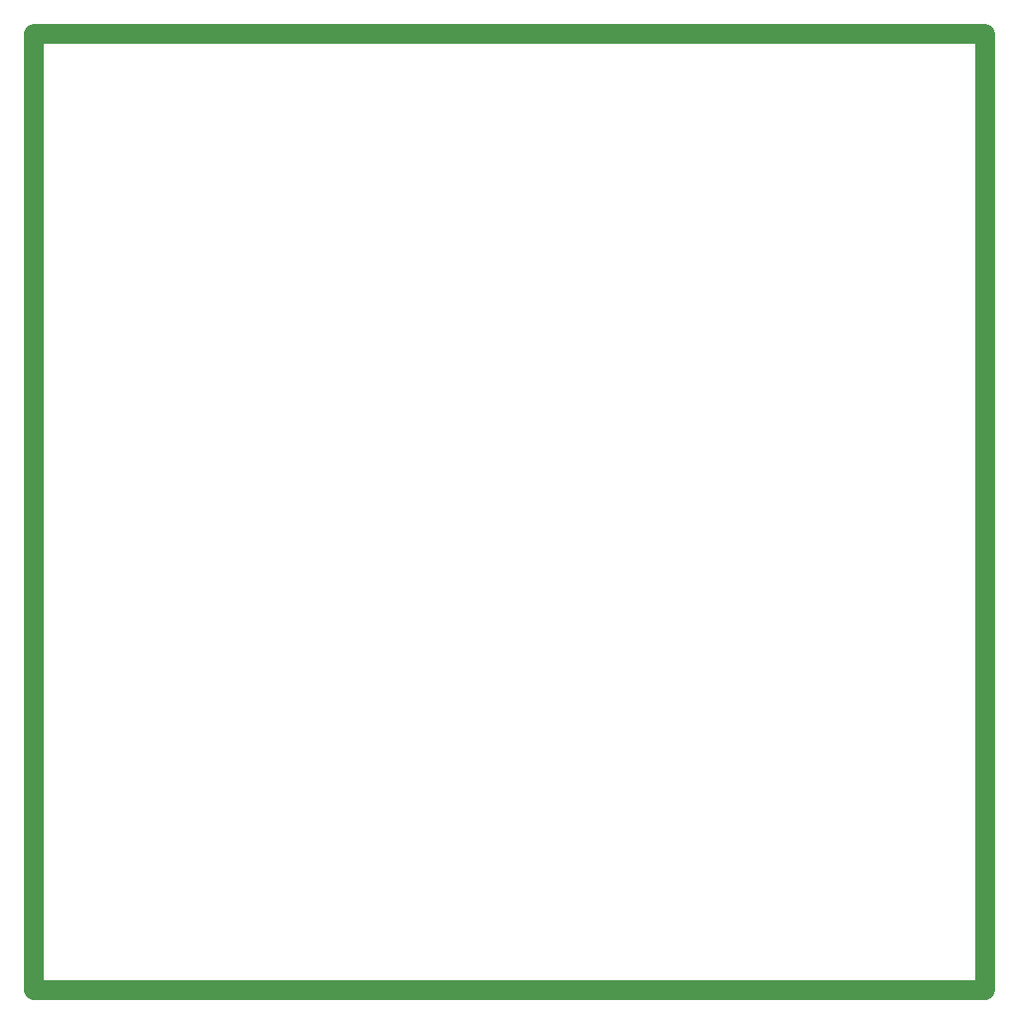
<source format=gko>
G04 Layer_Color=16711935*
%FSTAX44Y44*%
%MOMM*%
G71*
G01*
G75*
%ADD105C,2.0000*%
D105*
X0027432Y0026035D02*
X01249765D01*
X0027432Y0123952D02*
X01249662D01*
X0027432Y0026035D02*
Y0123952D01*
X01249662D02*
X01249765Y0026035D01*
M02*

</source>
